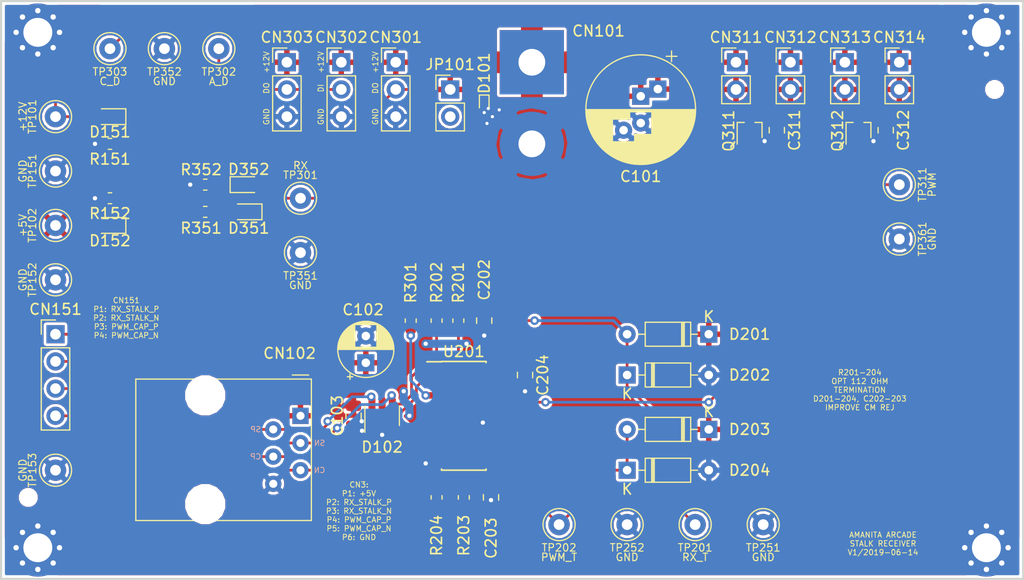
<source format=kicad_pcb>
(kicad_pcb (version 20171130) (host pcbnew 5.0.2-bee76a0~70~ubuntu18.04.1)
  (layers (0 F.Cu signal) (31 B.Cu signal) (34 B.Paste user) (35 F.Paste user) (36 B.SilkS user) (37 F.SilkS user) (38 B.Mask user) (39 F.Mask user) (44 Edge.Cuts user))
  (net 0 "")
  (net 1 GND)
  (net 2 +5V)
  (net 3 /PWM_CAP)
  (net 4 /PWM_CAP_N)
  (net 5 /RX_STALK_P)
  (net 6 /RX_STALK_N)
  (net 7 /PWM_CAP_P)
  (net 8 /LED_A_DATA)
  (net 9 /VIN)
  (net 10 /LED_C_DATA)
  (net 11 "Net-(C203-Pad1)")
  (net 12 "Net-(C202-Pad1)")
  (net 13 "Net-(D151-Pad1)")
  (net 14 "Net-(D152-Pad1)")
  (net 15 "Net-(D352-Pad1)")
  (net 16 "Net-(D351-Pad2)")
  (net 17 "Net-(CN313-Pad2)")
  (net 18 "Net-(CN311-Pad2)")
  (net 19 "Net-(U201-Pad9)")
  (net 20 "Net-(U201-Pad10)")
  (net 21 "Net-(U201-Pad11)")
  (net 22 +12V)
  (net 23 /RX_STALK)
  (module Capacitor_SMD:C_0805_2012Metric (layer F.Cu) (at 163.83 62.23 270)
    (fp_text reference C311 (at 0 -1.65 270) (layer F.SilkS))
    (fp_text value 10u)
    (pad 2 smd roundrect (at 0.9375 0 270) (size 0.975 1.4) (layers F.Cu F.Paste F.Mask) (net 1 GND))
    (pad 1 smd roundrect (at -0.9375 0 270) (size 0.975 1.4) (layers F.Cu F.Paste F.Mask) (net 9 /VIN))
  )
  (module Capacitor_SMD:C_0805_2012Metric (layer F.Cu) (at 136.525 80.01 270)
    (fp_text reference C202 (at -3.81 0 270) (layer F.SilkS))
    (fp_text value 0.1u)
    (pad 2 smd roundrect (at 0.9375 0 270) (size 0.975 1.4) (layers F.Cu F.Paste F.Mask) (net 1 GND))
    (pad 1 smd roundrect (at -0.9375 0 270) (size 0.975 1.4) (layers F.Cu F.Paste F.Mask) (net 12 "Net-(C202-Pad1)"))
  )
  (module Resistor_SMD:R_0603_1608Metric (layer F.Cu) (at 134.112 80.01 90)
    (fp_text reference R201 (at 3.556 0 90) (layer F.SilkS))
    (fp_text value 56)
    (pad 2 smd roundrect (at 0.7875 0 90) (size 0.875 0.95) (layers F.Cu F.Paste F.Mask) (net 12 "Net-(C202-Pad1)"))
    (pad 1 smd roundrect (at -0.7875 0 90) (size 0.875 0.95) (layers F.Cu F.Paste F.Mask) (net 5 /RX_STALK_P))
  )
  (module aa-shared:TestPoint_Loop_D1.80mm_Drill1.0mm_Beaded (layer F.Cu) (at 96.52 71.12 270)
    (fp_text reference TP102 (at 0 2.159 270) (layer F.SilkS) (effects (font (size 0.7 0.7) (thickness 0.1))))
    (fp_text value +5V)
    (fp_text user %V (at 0 3.048 270) (layer F.SilkS) (effects (font (size 0.7 0.7) (thickness 0.1))))
    (pad 1 thru_hole circle (at 0 0 270) (size 2 2) (drill 1) (layers *.Cu *.Mask) (net 2 +5V))
  )
  (module aa-shared:TestPoint_Loop_D1.80mm_Drill1.0mm_Beaded (layer F.Cu) (at 96.52 66.04 270)
    (fp_text reference TP151 (at 0 2.159 270) (layer F.SilkS) (effects (font (size 0.7 0.7) (thickness 0.1))))
    (fp_text value GND)
    (fp_text user %V (at 0 3.048 270) (layer F.SilkS) (effects (font (size 0.7 0.7) (thickness 0.1))))
    (pad 1 thru_hole circle (at 0 0 270) (size 2 2) (drill 1) (layers *.Cu *.Mask) (net 1 GND))
  )
  (module aa-shared:TestPoint_Loop_D1.80mm_Drill1.0mm_Beaded (layer F.Cu) (at 96.52 76.2 270)
    (fp_text reference TP152 (at 0 2.159 270) (layer F.SilkS) (effects (font (size 0.7 0.7) (thickness 0.1))))
    (fp_text value GND)
    (fp_text user %V (at 0 3.048 270) (layer F.SilkS) (effects (font (size 0.7 0.7) (thickness 0.1))))
    (pad 1 thru_hole circle (at 0 0 270) (size 2 2) (drill 1) (layers *.Cu *.Mask) (net 1 GND))
  )
  (module aa-shared:TestPoint_Loop_D1.80mm_Drill1.0mm_Beaded (layer F.Cu) (at 96.52 93.98 270)
    (fp_text reference TP153 (at 0 2.159 270) (layer F.SilkS) (effects (font (size 0.7 0.7) (thickness 0.1))))
    (fp_text value GND)
    (fp_text user %V (at 0 3.048 270) (layer F.SilkS) (effects (font (size 0.7 0.7) (thickness 0.1))))
    (pad 1 thru_hole circle (at 0 0 270) (size 2 2) (drill 1) (layers *.Cu *.Mask) (net 1 GND))
  )
  (module aa-shared:TestPoint_Loop_D1.80mm_Drill1.0mm_Beaded (layer F.Cu) (at 156.21 99.06)
    (fp_text reference TP201 (at 0 2.159) (layer F.SilkS) (effects (font (size 0.7 0.7) (thickness 0.1))))
    (fp_text value RX_T)
    (fp_text user %V (at 0 3.048) (layer F.SilkS) (effects (font (size 0.7 0.7) (thickness 0.1))))
    (pad 1 thru_hole circle (at 0 0) (size 2 2) (drill 1) (layers *.Cu *.Mask) (net 12 "Net-(C202-Pad1)"))
  )
  (module aa-shared:TestPoint_Loop_D1.80mm_Drill1.0mm_Beaded (layer F.Cu) (at 143.51 99.06)
    (fp_text reference TP202 (at 0 2.159) (layer F.SilkS) (effects (font (size 0.7 0.7) (thickness 0.1))))
    (fp_text value PWM_T)
    (fp_text user %V (at 0 3.048) (layer F.SilkS) (effects (font (size 0.7 0.7) (thickness 0.1))))
    (pad 1 thru_hole circle (at 0 0) (size 2 2) (drill 1) (layers *.Cu *.Mask) (net 11 "Net-(C203-Pad1)"))
  )
  (module aa-shared:TestPoint_Loop_D1.80mm_Drill1.0mm_Beaded (layer F.Cu) (at 162.56 99.06)
    (fp_text reference TP251 (at 0 2.159) (layer F.SilkS) (effects (font (size 0.7 0.7) (thickness 0.1))))
    (fp_text value GND)
    (fp_text user %V (at 0 3.048) (layer F.SilkS) (effects (font (size 0.7 0.7) (thickness 0.1))))
    (pad 1 thru_hole circle (at 0 0) (size 2 2) (drill 1) (layers *.Cu *.Mask) (net 1 GND))
  )
  (module aa-shared:TestPoint_Loop_D1.80mm_Drill1.0mm_Beaded (layer F.Cu) (at 119.38 68.58 180)
    (fp_text reference TP301 (at 0 2.159 180) (layer F.SilkS) (effects (font (size 0.7 0.7) (thickness 0.1))))
    (fp_text value RX)
    (fp_text user %V (at 0 3.048 180) (layer F.SilkS) (effects (font (size 0.7 0.7) (thickness 0.1))))
    (pad 1 thru_hole circle (at 0 0 180) (size 2 2) (drill 1) (layers *.Cu *.Mask) (net 23 /RX_STALK))
  )
  (module aa-shared:TestPoint_Loop_D1.80mm_Drill1.0mm_Beaded (layer F.Cu) (at 111.76 54.61)
    (fp_text reference TP302 (at 0 2.159) (layer F.SilkS) (effects (font (size 0.7 0.7) (thickness 0.1))))
    (fp_text value A_D)
    (fp_text user %V (at 0 3.048) (layer F.SilkS) (effects (font (size 0.7 0.7) (thickness 0.1))))
    (pad 1 thru_hole circle (at 0 0) (size 2 2) (drill 1) (layers *.Cu *.Mask) (net 8 /LED_A_DATA))
  )
  (module aa-shared:TestPoint_Loop_D1.80mm_Drill1.0mm_Beaded (layer F.Cu) (at 101.6 54.61)
    (fp_text reference TP303 (at 0 2.159) (layer F.SilkS) (effects (font (size 0.7 0.7) (thickness 0.1))))
    (fp_text value C_D)
    (fp_text user %V (at 0 3.048) (layer F.SilkS) (effects (font (size 0.7 0.7) (thickness 0.1))))
    (pad 1 thru_hole circle (at 0 0) (size 2 2) (drill 1) (layers *.Cu *.Mask) (net 10 /LED_C_DATA))
  )
  (module aa-shared:TestPoint_Loop_D1.80mm_Drill1.0mm_Beaded (layer F.Cu) (at 175.26 67.31 90)
    (fp_text reference TP311 (at 0 2.159 90) (layer F.SilkS) (effects (font (size 0.7 0.7) (thickness 0.1))))
    (fp_text value PWM)
    (fp_text user %V (at 0 3.048 90) (layer F.SilkS) (effects (font (size 0.7 0.7) (thickness 0.1))))
    (pad 1 thru_hole circle (at 0 0 90) (size 2 2) (drill 1) (layers *.Cu *.Mask) (net 3 /PWM_CAP))
  )
  (module aa-shared:TestPoint_Loop_D1.80mm_Drill1.0mm_Beaded (layer F.Cu) (at 119.38 73.66)
    (fp_text reference TP351 (at 0 2.159) (layer F.SilkS) (effects (font (size 0.7 0.7) (thickness 0.1))))
    (fp_text value GND)
    (fp_text user %V (at 0 3.048) (layer F.SilkS) (effects (font (size 0.7 0.7) (thickness 0.1))))
    (pad 1 thru_hole circle (at 0 0) (size 2 2) (drill 1) (layers *.Cu *.Mask) (net 1 GND))
  )
  (module aa-shared:TestPoint_Loop_D1.80mm_Drill1.0mm_Beaded (layer F.Cu) (at 106.68 54.61)
    (fp_text reference TP352 (at 0 2.159) (layer F.SilkS) (effects (font (size 0.7 0.7) (thickness 0.1))))
    (fp_text value GND)
    (fp_text user %V (at 0 3.048) (layer F.SilkS) (effects (font (size 0.7 0.7) (thickness 0.1))))
    (pad 1 thru_hole circle (at 0 0) (size 2 2) (drill 1) (layers *.Cu *.Mask) (net 1 GND))
  )
  (module aa-shared:TestPoint_Loop_D1.80mm_Drill1.0mm_Beaded (layer F.Cu) (at 175.26 72.39 90)
    (fp_text reference TP361 (at 0 2.159 90) (layer F.SilkS) (effects (font (size 0.7 0.7) (thickness 0.1))))
    (fp_text value GND)
    (fp_text user %V (at 0 3.048 90) (layer F.SilkS) (effects (font (size 0.7 0.7) (thickness 0.1))))
    (pad 1 thru_hole circle (at 0 0 90) (size 2 2) (drill 1) (layers *.Cu *.Mask) (net 1 GND))
  )
  (module aa-shared:TestPoint_Loop_D1.80mm_Drill1.0mm_Beaded (layer F.Cu) (at 149.86 99.06)
    (fp_text reference TP252 (at 0 2.159) (layer F.SilkS) (effects (font (size 0.7 0.7) (thickness 0.1))))
    (fp_text value GND)
    (fp_text user %V (at 0 3.048) (layer F.SilkS) (effects (font (size 0.7 0.7) (thickness 0.1))))
    (pad 1 thru_hole circle (at 0 0) (size 2 2) (drill 1) (layers *.Cu *.Mask) (net 1 GND))
  )
  (module aa-shared:TestPoint_Loop_D1.80mm_Drill1.0mm_Beaded (layer F.Cu) (at 96.52 60.96 270)
    (fp_text reference TP101 (at 0 2.159 270) (layer F.SilkS) (effects (font (size 0.7 0.7) (thickness 0.1))))
    (fp_text value +12V)
    (fp_text user %V (at 0 3.048 270) (layer F.SilkS) (effects (font (size 0.7 0.7) (thickness 0.1))))
    (pad 1 thru_hole circle (at 0 0 270) (size 2 2) (drill 1) (layers *.Cu *.Mask) (net 9 /VIN))
  )
  (module MountingHole:MountingHole_2.7mm_M2.5_Pad_Via (layer F.Cu) (at 183.388 53.086)
    (fp_text reference H2 hide)
    (fp_text value MountingHole_Pad)
    (pad 1 thru_hole circle (at 1.431891 -1.431891) (size 0.8 0.8) (drill 0.5) (layers *.Cu *.Mask) (net 1 GND))
    (pad 1 thru_hole circle (at 0 -2.025) (size 0.8 0.8) (drill 0.5) (layers *.Cu *.Mask) (net 1 GND))
    (pad 1 thru_hole circle (at -1.431891 -1.431891) (size 0.8 0.8) (drill 0.5) (layers *.Cu *.Mask) (net 1 GND))
    (pad 1 thru_hole circle (at -2.025 0) (size 0.8 0.8) (drill 0.5) (layers *.Cu *.Mask) (net 1 GND))
    (pad 1 thru_hole circle (at -1.431891 1.431891) (size 0.8 0.8) (drill 0.5) (layers *.Cu *.Mask) (net 1 GND))
    (pad 1 thru_hole circle (at 0 2.025) (size 0.8 0.8) (drill 0.5) (layers *.Cu *.Mask) (net 1 GND))
    (pad 1 thru_hole circle (at 1.431891 1.431891) (size 0.8 0.8) (drill 0.5) (layers *.Cu *.Mask) (net 1 GND))
    (pad 1 thru_hole circle (at 2.025 0) (size 0.8 0.8) (drill 0.5) (layers *.Cu *.Mask) (net 1 GND))
    (pad 1 thru_hole circle (at 0 0) (size 5.4 5.4) (drill 2.7) (layers *.Cu *.Mask) (net 1 GND))
  )
  (module MountingHole:MountingHole_2.7mm_M2.5_Pad_Via (layer F.Cu) (at 94.869 53.086)
    (fp_text reference H1 hide)
    (fp_text value MountingHole_Pad)
    (pad 1 thru_hole circle (at 0 0) (size 5.4 5.4) (drill 2.7) (layers *.Cu *.Mask) (net 1 GND))
    (pad 1 thru_hole circle (at 2.025 0) (size 0.8 0.8) (drill 0.5) (layers *.Cu *.Mask) (net 1 GND))
    (pad 1 thru_hole circle (at 1.431891 1.431891) (size 0.8 0.8) (drill 0.5) (layers *.Cu *.Mask) (net 1 GND))
    (pad 1 thru_hole circle (at 0 2.025) (size 0.8 0.8) (drill 0.5) (layers *.Cu *.Mask) (net 1 GND))
    (pad 1 thru_hole circle (at -1.431891 1.431891) (size 0.8 0.8) (drill 0.5) (layers *.Cu *.Mask) (net 1 GND))
    (pad 1 thru_hole circle (at -2.025 0) (size 0.8 0.8) (drill 0.5) (layers *.Cu *.Mask) (net 1 GND))
    (pad 1 thru_hole circle (at -1.431891 -1.431891) (size 0.8 0.8) (drill 0.5) (layers *.Cu *.Mask) (net 1 GND))
    (pad 1 thru_hole circle (at 0 -2.025) (size 0.8 0.8) (drill 0.5) (layers *.Cu *.Mask) (net 1 GND))
    (pad 1 thru_hole circle (at 1.431891 -1.431891) (size 0.8 0.8) (drill 0.5) (layers *.Cu *.Mask) (net 1 GND))
  )
  (module MountingHole:MountingHole_2.7mm_M2.5_Pad_Via (layer F.Cu) (at 183.388 101.219)
    (fp_text reference H4 hide)
    (fp_text value MountingHole_Pad)
    (pad 1 thru_hole circle (at 1.431891 -1.431891) (size 0.8 0.8) (drill 0.5) (layers *.Cu *.Mask) (net 1 GND))
    (pad 1 thru_hole circle (at 0 -2.025) (size 0.8 0.8) (drill 0.5) (layers *.Cu *.Mask) (net 1 GND))
    (pad 1 thru_hole circle (at -1.431891 -1.431891) (size 0.8 0.8) (drill 0.5) (layers *.Cu *.Mask) (net 1 GND))
    (pad 1 thru_hole circle (at -2.025 0) (size 0.8 0.8) (drill 0.5) (layers *.Cu *.Mask) (net 1 GND))
    (pad 1 thru_hole circle (at -1.431891 1.431891) (size 0.8 0.8) (drill 0.5) (layers *.Cu *.Mask) (net 1 GND))
    (pad 1 thru_hole circle (at 0 2.025) (size 0.8 0.8) (drill 0.5) (layers *.Cu *.Mask) (net 1 GND))
    (pad 1 thru_hole circle (at 1.431891 1.431891) (size 0.8 0.8) (drill 0.5) (layers *.Cu *.Mask) (net 1 GND))
    (pad 1 thru_hole circle (at 2.025 0) (size 0.8 0.8) (drill 0.5) (layers *.Cu *.Mask) (net 1 GND))
    (pad 1 thru_hole circle (at 0 0) (size 5.4 5.4) (drill 2.7) (layers *.Cu *.Mask) (net 1 GND))
  )
  (module MountingHole:MountingHole_2.7mm_M2.5_Pad_Via (layer F.Cu) (at 94.869 101.219)
    (fp_text reference H3 hide)
    (fp_text value MountingHole_Pad)
    (pad 1 thru_hole circle (at 0 0) (size 5.4 5.4) (drill 2.7) (layers *.Cu *.Mask) (net 1 GND))
    (pad 1 thru_hole circle (at 2.025 0) (size 0.8 0.8) (drill 0.5) (layers *.Cu *.Mask) (net 1 GND))
    (pad 1 thru_hole circle (at 1.431891 1.431891) (size 0.8 0.8) (drill 0.5) (layers *.Cu *.Mask) (net 1 GND))
    (pad 1 thru_hole circle (at 0 2.025) (size 0.8 0.8) (drill 0.5) (layers *.Cu *.Mask) (net 1 GND))
    (pad 1 thru_hole circle (at -1.431891 1.431891) (size 0.8 0.8) (drill 0.5) (layers *.Cu *.Mask) (net 1 GND))
    (pad 1 thru_hole circle (at -2.025 0) (size 0.8 0.8) (drill 0.5) (layers *.Cu *.Mask) (net 1 GND))
    (pad 1 thru_hole circle (at -1.431891 -1.431891) (size 0.8 0.8) (drill 0.5) (layers *.Cu *.Mask) (net 1 GND))
    (pad 1 thru_hole circle (at 0 -2.025) (size 0.8 0.8) (drill 0.5) (layers *.Cu *.Mask) (net 1 GND))
    (pad 1 thru_hole circle (at 1.431891 -1.431891) (size 0.8 0.8) (drill 0.5) (layers *.Cu *.Mask) (net 1 GND))
  )
  (module Capacitor_SMD:C_0805_2012Metric (layer F.Cu) (at 124.333 88.9 90)
    (fp_text reference C103 (at 0 -1.524 90) (layer F.SilkS))
    (fp_text value 1u)
    (pad 1 smd roundrect (at -0.9375 0 90) (size 0.975 1.4) (layers F.Cu F.Paste F.Mask) (net 1 GND))
    (pad 2 smd roundrect (at 0.9375 0 90) (size 0.975 1.4) (layers F.Cu F.Paste F.Mask) (net 2 +5V))
  )
  (module Capacitor_SMD:C_0805_2012Metric (layer F.Cu) (at 137.16 96.52 270)
    (fp_text reference C203 (at 3.81 0 270) (layer F.SilkS))
    (fp_text value 0.1u)
    (pad 1 smd roundrect (at -0.9375 0 270) (size 0.975 1.4) (layers F.Cu F.Paste F.Mask) (net 11 "Net-(C203-Pad1)"))
    (pad 2 smd roundrect (at 0.9375 0 270) (size 0.975 1.4) (layers F.Cu F.Paste F.Mask) (net 1 GND))
  )
  (module Capacitor_SMD:C_0805_2012Metric (layer F.Cu) (at 140.335 85.09 270)
    (fp_text reference C204 (at 0 -1.65 270) (layer F.SilkS))
    (fp_text value 1u)
    (pad 2 smd roundrect (at 0.9375 0 270) (size 0.975 1.4) (layers F.Cu F.Paste F.Mask) (net 1 GND))
    (pad 1 smd roundrect (at -0.9375 0 270) (size 0.975 1.4) (layers F.Cu F.Paste F.Mask) (net 2 +5V))
  )
  (module Capacitor_SMD:C_0805_2012Metric (layer F.Cu) (at 173.99 62.23 270)
    (fp_text reference C312 (at 0 -1.65 270) (layer F.SilkS))
    (fp_text value 10u)
    (pad 1 smd roundrect (at -0.9375 0 270) (size 0.975 1.4) (layers F.Cu F.Paste F.Mask) (net 9 /VIN))
    (pad 2 smd roundrect (at 0.9375 0 270) (size 0.975 1.4) (layers F.Cu F.Paste F.Mask) (net 1 GND))
  )
  (module Capacitor_THT:CP_Radial_D10.0mm_P2.50mm_P5.00mm (layer F.Cu) (at 151.13 59.055 270)
    (fp_text reference C101 (at 7.493 0) (layer F.SilkS))
    (fp_text value 100u)
    (pad 1 thru_hole rect (at 0 0 270) (size 1.6 1.6) (drill 0.8) (layers *.Cu *.Mask) (net 9 /VIN))
    (pad 2 thru_hole circle (at 2.5 0 270) (size 1.6 1.6) (drill 0.8) (layers *.Cu *.Mask) (net 1 GND))
    (pad 1 thru_hole rect (at -0.670937 -1.6 270) (size 1.6 1.6) (drill 0.8) (layers *.Cu *.Mask) (net 9 /VIN))
    (pad 2 thru_hole circle (at 3.170937 1.6 270) (size 1.6 1.6) (drill 0.8) (layers *.Cu *.Mask) (net 1 GND))
  )
  (module Capacitor_THT:CP_Radial_D5.0mm_P2.50mm (layer F.Cu) (at 125.476 83.947 90)
    (fp_text reference C102 (at 4.953 -0.254 -180) (layer F.SilkS))
    (fp_text value 10u)
    (pad 1 thru_hole rect (at 0 0 90) (size 1.6 1.6) (drill 0.8) (layers *.Cu *.Mask) (net 2 +5V))
    (pad 2 thru_hole circle (at 2.5 0 90) (size 1.6 1.6) (drill 0.8) (layers *.Cu *.Mask) (net 1 GND))
  )
  (module Connector_PinHeader_2.54mm:PinHeader_1x02_P2.54mm_Vertical (layer F.Cu) (at 175.26 55.88)
    (fp_text reference CN314 (at 0 -2.33) (layer F.SilkS))
    (fp_text value Conn_01x02)
    (pad 1 thru_hole rect (at 0 0) (size 1.7 1.7) (drill 1) (layers *.Cu *.Mask) (net 9 /VIN))
    (pad 2 thru_hole oval (at 0 2.54) (size 1.7 1.7) (drill 1) (layers *.Cu *.Mask) (net 17 "Net-(CN313-Pad2)"))
  )
  (module Connector_PinHeader_2.54mm:PinHeader_1x02_P2.54mm_Vertical (layer F.Cu) (at 170.18 55.88)
    (fp_text reference CN313 (at 0 -2.33) (layer F.SilkS))
    (fp_text value Conn_01x02)
    (pad 2 thru_hole oval (at 0 2.54) (size 1.7 1.7) (drill 1) (layers *.Cu *.Mask) (net 17 "Net-(CN313-Pad2)"))
    (pad 1 thru_hole rect (at 0 0) (size 1.7 1.7) (drill 1) (layers *.Cu *.Mask) (net 9 /VIN))
  )
  (module Connector_PinHeader_2.54mm:PinHeader_1x02_P2.54mm_Vertical (layer F.Cu) (at 165.1 55.88)
    (fp_text reference CN312 (at 0 -2.33) (layer F.SilkS))
    (fp_text value Conn_01x02)
    (pad 1 thru_hole rect (at 0 0) (size 1.7 1.7) (drill 1) (layers *.Cu *.Mask) (net 9 /VIN))
    (pad 2 thru_hole oval (at 0 2.54) (size 1.7 1.7) (drill 1) (layers *.Cu *.Mask) (net 18 "Net-(CN311-Pad2)"))
  )
  (module Connector_PinHeader_2.54mm:PinHeader_1x02_P2.54mm_Vertical (layer F.Cu) (at 160.02 55.88)
    (fp_text reference CN311 (at 0 -2.33) (layer F.SilkS))
    (fp_text value Conn_01x02)
    (pad 2 thru_hole oval (at 0 2.54) (size 1.7 1.7) (drill 1) (layers *.Cu *.Mask) (net 18 "Net-(CN311-Pad2)"))
    (pad 1 thru_hole rect (at 0 0) (size 1.7 1.7) (drill 1) (layers *.Cu *.Mask) (net 9 /VIN))
  )
  (module Connector_PinHeader_2.54mm:PinHeader_1x02_P2.54mm_Vertical (layer F.Cu) (at 133.35 58.42)
    (fp_text reference JP101 (at 0 -2.33) (layer F.SilkS))
    (fp_text value Jumper_2_Bridged)
    (pad 1 thru_hole rect (at 0 0) (size 1.7 1.7) (drill 1) (layers *.Cu *.Mask) (net 9 /VIN))
    (pad 2 thru_hole oval (at 0 2.54) (size 1.7 1.7) (drill 1) (layers *.Cu *.Mask) (net 22 +12V))
  )
  (module Connector_PinHeader_2.54mm:PinHeader_1x03_P2.54mm_Vertical (layer F.Cu) (at 128.27 55.88)
    (fp_text reference CN301 (at 0 -2.33) (layer F.SilkS))
    (fp_text value Conn_01x03)
    (pad 1 thru_hole rect (at 0 0) (size 1.7 1.7) (drill 1) (layers *.Cu *.Mask) (net 9 /VIN))
    (pad 2 thru_hole oval (at 0 2.54) (size 1.7 1.7) (drill 1) (layers *.Cu *.Mask) (net 8 /LED_A_DATA))
    (pad 3 thru_hole oval (at 0 5.08) (size 1.7 1.7) (drill 1) (layers *.Cu *.Mask) (net 1 GND))
  )
  (module Connector_PinHeader_2.54mm:PinHeader_1x03_P2.54mm_Vertical (layer F.Cu) (at 123.19 55.88)
    (fp_text reference CN302 (at 0 -2.33) (layer F.SilkS))
    (fp_text value Conn_01x03)
    (pad 3 thru_hole oval (at 0 5.08) (size 1.7 1.7) (drill 1) (layers *.Cu *.Mask) (net 1 GND))
    (pad 2 thru_hole oval (at 0 2.54) (size 1.7 1.7) (drill 1) (layers *.Cu *.Mask) (net 10 /LED_C_DATA))
    (pad 1 thru_hole rect (at 0 0) (size 1.7 1.7) (drill 1) (layers *.Cu *.Mask) (net 9 /VIN))
  )
  (module Connector_PinHeader_2.54mm:PinHeader_1x03_P2.54mm_Vertical (layer F.Cu) (at 118.11 55.88)
    (fp_text reference CN303 (at 0 -2.33) (layer F.SilkS))
    (fp_text value Conn_01x03)
    (pad 1 thru_hole rect (at 0 0) (size 1.7 1.7) (drill 1) (layers *.Cu *.Mask) (net 9 /VIN))
    (pad 2 thru_hole oval (at 0 2.54) (size 1.7 1.7) (drill 1) (layers *.Cu *.Mask) (net 10 /LED_C_DATA))
    (pad 3 thru_hole oval (at 0 5.08) (size 1.7 1.7) (drill 1) (layers *.Cu *.Mask) (net 1 GND))
  )
  (module Connector_PinHeader_2.54mm:PinHeader_1x04_P2.54mm_Vertical (layer F.Cu) (at 96.52 81.28)
    (fp_text reference CN151 (at 0 -2.33) (layer F.SilkS))
    (fp_text value Conn_01x04)
    (pad 1 thru_hole rect (at 0 0) (size 1.7 1.7) (drill 1) (layers *.Cu *.Mask) (net 5 /RX_STALK_P))
    (pad 2 thru_hole oval (at 0 2.54) (size 1.7 1.7) (drill 1) (layers *.Cu *.Mask) (net 6 /RX_STALK_N))
    (pad 3 thru_hole oval (at 0 5.08) (size 1.7 1.7) (drill 1) (layers *.Cu *.Mask) (net 7 /PWM_CAP_P))
    (pad 4 thru_hole oval (at 0 7.62) (size 1.7 1.7) (drill 1) (layers *.Cu *.Mask) (net 4 /PWM_CAP_N))
  )
  (module Connector_Wire:SolderWirePad_1x02_P7.62mm_Drill2.5mm (layer F.Cu) (at 140.97 55.88 270)
    (fp_text reference CN101 (at -2.921 -6.223) (layer F.SilkS))
    (fp_text value Conn_01x02)
    (pad 1 thru_hole rect (at 0 0 270) (size 5.99948 5.99948) (drill 2.49936) (layers *.Cu *.Mask) (net 9 /VIN))
    (pad 2 thru_hole circle (at 7.62 0 270) (size 5.99948 5.99948) (drill 2.49936) (layers *.Cu *.Mask) (net 1 GND))
  )
  (module Diode_SMD:D_0603_1608Metric (layer F.Cu) (at 101.6 60.96 180)
    (fp_text reference D151 (at 0 -1.43 180) (layer F.SilkS))
    (fp_text value LED)
    (pad 2 smd roundrect (at 0.7875 0 180) (size 0.875 0.95) (layers F.Cu F.Paste F.Mask) (net 9 /VIN))
    (pad 1 smd roundrect (at -0.7875 0 180) (size 0.875 0.95) (layers F.Cu F.Paste F.Mask) (net 13 "Net-(D151-Pad1)"))
  )
  (module Diode_SMD:D_0603_1608Metric (layer F.Cu) (at 101.6 71.12 180)
    (fp_text reference D152 (at 0 -1.43 180) (layer F.SilkS))
    (fp_text value LED)
    (pad 1 smd roundrect (at -0.7875 0 180) (size 0.875 0.95) (layers F.Cu F.Paste F.Mask) (net 14 "Net-(D152-Pad1)"))
    (pad 2 smd roundrect (at 0.7875 0 180) (size 0.875 0.95) (layers F.Cu F.Paste F.Mask) (net 2 +5V))
  )
  (module Diode_SMD:D_0603_1608Metric (layer F.Cu) (at 114.3 67.31)
    (fp_text reference D352 (at 0.254 -1.43) (layer F.SilkS))
    (fp_text value LED)
    (pad 2 smd roundrect (at 0.7875 0) (size 0.875 0.95) (layers F.Cu F.Paste F.Mask) (net 23 /RX_STALK))
    (pad 1 smd roundrect (at -0.7875 0) (size 0.875 0.95) (layers F.Cu F.Paste F.Mask) (net 15 "Net-(D352-Pad1)"))
  )
  (module Diode_SMD:D_0603_1608Metric (layer F.Cu) (at 114.3 69.85 180)
    (fp_text reference D351 (at -0.254 -1.524 180) (layer F.SilkS))
    (fp_text value LED)
    (pad 1 smd roundrect (at -0.7875 0 180) (size 0.875 0.95) (layers F.Cu F.Paste F.Mask) (net 23 /RX_STALK))
    (pad 2 smd roundrect (at 0.7875 0 180) (size 0.875 0.95) (layers F.Cu F.Paste F.Mask) (net 16 "Net-(D351-Pad2)"))
  )
  (module Diode_THT:D_DO-35_SOD27_P7.62mm_Horizontal (layer F.Cu) (at 149.86 93.98)
    (fp_text reference D204 (at 11.43 0) (layer F.SilkS))
    (fp_text value BZX79C2V7)
    (fp_text user K (at 0 1.778) (layer F.SilkS))
    (pad 2 thru_hole oval (at 7.62 0) (size 1.6 1.6) (drill 0.8) (layers *.Cu *.Mask) (net 1 GND))
    (pad 1 thru_hole rect (at 0 0) (size 1.6 1.6) (drill 0.8) (layers *.Cu *.Mask) (net 11 "Net-(C203-Pad1)"))
  )
  (module Diode_THT:D_DO-35_SOD27_P7.62mm_Horizontal (layer F.Cu) (at 149.86 85.09)
    (fp_text reference D202 (at 11.43 0) (layer F.SilkS))
    (fp_text value BZX79C2V7)
    (fp_text user K (at 0 1.778) (layer F.SilkS))
    (pad 1 thru_hole rect (at 0 0) (size 1.6 1.6) (drill 0.8) (layers *.Cu *.Mask) (net 12 "Net-(C202-Pad1)"))
    (pad 2 thru_hole oval (at 7.62 0) (size 1.6 1.6) (drill 0.8) (layers *.Cu *.Mask) (net 1 GND))
  )
  (module Diode_THT:D_DO-35_SOD27_P7.62mm_Horizontal (layer F.Cu) (at 157.48 81.28 180)
    (fp_text reference D201 (at -3.81 0 180) (layer F.SilkS))
    (fp_text value BZX79C2V7)
    (fp_text user K (at 0 1.651 180) (layer F.SilkS))
    (pad 2 thru_hole oval (at 7.62 0 180) (size 1.6 1.6) (drill 0.8) (layers *.Cu *.Mask) (net 12 "Net-(C202-Pad1)"))
    (pad 1 thru_hole rect (at 0 0 180) (size 1.6 1.6) (drill 0.8) (layers *.Cu *.Mask) (net 2 +5V))
  )
  (module Diode_THT:D_DO-35_SOD27_P7.62mm_Horizontal (layer F.Cu) (at 157.48 90.17 180)
    (fp_text reference D203 (at -3.81 0 180) (layer F.SilkS))
    (fp_text value BZX79C2V7)
    (fp_text user K (at 0 1.651 180) (layer F.SilkS))
    (pad 1 thru_hole rect (at 0 0 180) (size 1.6 1.6) (drill 0.8) (layers *.Cu *.Mask) (net 2 +5V))
    (pad 2 thru_hole oval (at 7.62 0 180) (size 1.6 1.6) (drill 0.8) (layers *.Cu *.Mask) (net 11 "Net-(C203-Pad1)"))
  )
  (module Package_SO:SOIC-16_3.9x9.9mm_P1.27mm (layer F.Cu) (at 134.62 88.9)
    (fp_text reference U201 (at 0 -6) (layer F.SilkS))
    (fp_text value ST26C32)
    (pad 1 smd rect (at -2.7 -4.445) (size 1.5 0.6) (layers F.Cu F.Paste F.Mask) (net 6 /RX_STALK_N))
    (pad 2 smd rect (at -2.7 -3.175) (size 1.5 0.6) (layers F.Cu F.Paste F.Mask) (net 5 /RX_STALK_P))
    (pad 3 smd rect (at -2.7 -1.905) (size 1.5 0.6) (layers F.Cu F.Paste F.Mask) (net 23 /RX_STALK))
    (pad 4 smd rect (at -2.7 -0.635) (size 1.5 0.6) (layers F.Cu F.Paste F.Mask) (net 2 +5V))
    (pad 5 smd rect (at -2.7 0.635) (size 1.5 0.6) (layers F.Cu F.Paste F.Mask) (net 3 /PWM_CAP))
    (pad 6 smd rect (at -2.7 1.905) (size 1.5 0.6) (layers F.Cu F.Paste F.Mask) (net 7 /PWM_CAP_P))
    (pad 7 smd rect (at -2.7 3.175) (size 1.5 0.6) (layers F.Cu F.Paste F.Mask) (net 4 /PWM_CAP_N))
    (pad 8 smd rect (at -2.7 4.445) (size 1.5 0.6) (layers F.Cu F.Paste F.Mask) (net 1 GND))
    (pad 9 smd rect (at 2.7 4.445) (size 1.5 0.6) (layers F.Cu F.Paste F.Mask) (net 19 "Net-(U201-Pad9)"))
    (pad 10 smd rect (at 2.7 3.175) (size 1.5 0.6) (layers F.Cu F.Paste F.Mask) (net 20 "Net-(U201-Pad10)"))
    (pad 11 smd rect (at 2.7 1.905) (size 1.5 0.6) (layers F.Cu F.Paste F.Mask) (net 21 "Net-(U201-Pad11)"))
    (pad 12 smd rect (at 2.7 0.635) (size 1.5 0.6) (layers F.Cu F.Paste F.Mask) (net 1 GND))
    (pad 13 smd rect (at 2.7 -0.635) (size 1.5 0.6) (layers F.Cu F.Paste F.Mask))
    (pad 14 smd rect (at 2.7 -1.905) (size 1.5 0.6) (layers F.Cu F.Paste F.Mask))
    (pad 15 smd rect (at 2.7 -3.175) (size 1.5 0.6) (layers F.Cu F.Paste F.Mask))
    (pad 16 smd rect (at 2.7 -4.445) (size 1.5 0.6) (layers F.Cu F.Paste F.Mask) (net 2 +5V))
  )
  (module Package_TO_SOT_SMD:SOT-23-6 (layer F.Cu) (at 127 88.9 90)
    (fp_text reference D102 (at -2.921 0 180) (layer F.SilkS))
    (fp_text value DS1042)
    (pad 1 smd rect (at -1.1 -0.95 90) (size 1.06 0.65) (layers F.Cu F.Paste F.Mask) (net 7 /PWM_CAP_P))
    (pad 2 smd rect (at -1.1 0 90) (size 1.06 0.65) (layers F.Cu F.Paste F.Mask) (net 1 GND))
    (pad 3 smd rect (at -1.1 0.95 90) (size 1.06 0.65) (layers F.Cu F.Paste F.Mask) (net 4 /PWM_CAP_N))
    (pad 4 smd rect (at 1.1 0.95 90) (size 1.06 0.65) (layers F.Cu F.Paste F.Mask) (net 6 /RX_STALK_N))
    (pad 6 smd rect (at 1.1 -0.95 90) (size 1.06 0.65) (layers F.Cu F.Paste F.Mask) (net 5 /RX_STALK_P))
    (pad 5 smd rect (at 1.1 0 90) (size 1.06 0.65) (layers F.Cu F.Paste F.Mask) (net 2 +5V))
  )
  (module Package_TO_SOT_SMD:SOT-323_SC-70 (layer F.Cu) (at 161.29 62.23 90)
    (fp_text reference Q311 (at -0.05 -1.95 90) (layer F.SilkS))
    (fp_text value MCH3484)
    (pad 3 smd rect (at 1 0) (size 0.45 0.7) (layers F.Cu F.Paste F.Mask) (net 18 "Net-(CN311-Pad2)"))
    (pad 2 smd rect (at -1 0.65) (size 0.45 0.7) (layers F.Cu F.Paste F.Mask) (net 1 GND))
    (pad 1 smd rect (at -1 -0.65) (size 0.45 0.7) (layers F.Cu F.Paste F.Mask) (net 3 /PWM_CAP))
  )
  (module Package_TO_SOT_SMD:SOT-323_SC-70 (layer F.Cu) (at 171.45 62.23 90)
    (fp_text reference Q312 (at -0.05 -1.95 90) (layer F.SilkS))
    (fp_text value MCH3484)
    (pad 1 smd rect (at -1 -0.65) (size 0.45 0.7) (layers F.Cu F.Paste F.Mask) (net 3 /PWM_CAP))
    (pad 2 smd rect (at -1 0.65) (size 0.45 0.7) (layers F.Cu F.Paste F.Mask) (net 1 GND))
    (pad 3 smd rect (at 1 0) (size 0.45 0.7) (layers F.Cu F.Paste F.Mask) (net 17 "Net-(CN313-Pad2)"))
  )
  (module Resistor_SMD:R_0603_1608Metric (layer F.Cu) (at 132.08 96.52 270)
    (fp_text reference R204 (at 3.556 0 270) (layer F.SilkS))
    (fp_text value 56)
    (pad 2 smd roundrect (at 0.7875 0 270) (size 0.875 0.95) (layers F.Cu F.Paste F.Mask) (net 11 "Net-(C203-Pad1)"))
    (pad 1 smd roundrect (at -0.7875 0 270) (size 0.875 0.95) (layers F.Cu F.Paste F.Mask) (net 4 /PWM_CAP_N))
  )
  (module Resistor_SMD:R_0603_1608Metric (layer F.Cu) (at 129.667 80.01 90)
    (fp_text reference R301 (at 3.556 0 90) (layer F.SilkS))
    (fp_text value 120)
    (pad 1 smd roundrect (at -0.7875 0 90) (size 0.875 0.95) (layers F.Cu F.Paste F.Mask) (net 23 /RX_STALK))
    (pad 2 smd roundrect (at 0.7875 0 90) (size 0.875 0.95) (layers F.Cu F.Paste F.Mask) (net 8 /LED_A_DATA))
  )
  (module Resistor_SMD:R_0603_1608Metric (layer F.Cu) (at 132.08 80.01 90)
    (fp_text reference R202 (at 3.556 0 90) (layer F.SilkS))
    (fp_text value 56)
    (pad 1 smd roundrect (at -0.7875 0 90) (size 0.875 0.95) (layers F.Cu F.Paste F.Mask) (net 6 /RX_STALK_N))
    (pad 2 smd roundrect (at 0.7875 0 90) (size 0.875 0.95) (layers F.Cu F.Paste F.Mask) (net 12 "Net-(C202-Pad1)"))
  )
  (module Resistor_SMD:R_0603_1608Metric (layer F.Cu) (at 110.49 69.85)
    (fp_text reference R351 (at -0.381 1.524) (layer F.SilkS))
    (fp_text value 470)
    (pad 1 smd roundrect (at -0.7875 0) (size 0.875 0.95) (layers F.Cu F.Paste F.Mask) (net 2 +5V))
    (pad 2 smd roundrect (at 0.7875 0) (size 0.875 0.95) (layers F.Cu F.Paste F.Mask) (net 16 "Net-(D351-Pad2)"))
  )
  (module Resistor_SMD:R_0603_1608Metric (layer F.Cu) (at 110.49 67.31 180)
    (fp_text reference R352 (at 0.381 1.397 180) (layer F.SilkS))
    (fp_text value 470)
    (pad 2 smd roundrect (at 0.7875 0 180) (size 0.875 0.95) (layers F.Cu F.Paste F.Mask) (net 1 GND))
    (pad 1 smd roundrect (at -0.7875 0 180) (size 0.875 0.95) (layers F.Cu F.Paste F.Mask) (net 15 "Net-(D352-Pad1)"))
  )
  (module Resistor_SMD:R_0603_1608Metric (layer F.Cu) (at 101.6 68.58 180)
    (fp_text reference R152 (at 0 -1.43 180) (layer F.SilkS))
    (fp_text value 470)
    (pad 1 smd roundrect (at -0.7875 0 180) (size 0.875 0.95) (layers F.Cu F.Paste F.Mask) (net 14 "Net-(D152-Pad1)"))
    (pad 2 smd roundrect (at 0.7875 0 180) (size 0.875 0.95) (layers F.Cu F.Paste F.Mask) (net 1 GND))
  )
  (module Resistor_SMD:R_0603_1608Metric (layer F.Cu) (at 101.6 63.5 180)
    (fp_text reference R151 (at 0 -1.43 180) (layer F.SilkS))
    (fp_text value 1.5k)
    (pad 2 smd roundrect (at 0.7875 0 180) (size 0.875 0.95) (layers F.Cu F.Paste F.Mask) (net 1 GND))
    (pad 1 smd roundrect (at -0.7875 0 180) (size 0.875 0.95) (layers F.Cu F.Paste F.Mask) (net 13 "Net-(D151-Pad1)"))
  )
  (module Resistor_SMD:R_0603_1608Metric (layer F.Cu) (at 134.62 96.52 270)
    (fp_text reference R203 (at 3.556 0 270) (layer F.SilkS))
    (fp_text value 56)
    (pad 1 smd roundrect (at -0.7875 0 270) (size 0.875 0.95) (layers F.Cu F.Paste F.Mask) (net 7 /PWM_CAP_P))
    (pad 2 smd roundrect (at 0.7875 0 270) (size 0.875 0.95) (layers F.Cu F.Paste F.Mask) (net 11 "Net-(C203-Pad1)"))
  )
  (module aa-shared:6P6C_Assmann_A-2014-1-4 (layer F.Cu) (at 119.38 88.9 270)
    (fp_text reference CN102 (at -5.842 1.016) (layer F.SilkS))
    (fp_text value 6P6C)
    (pad 1 thru_hole rect (at 0 0 270) (size 1.52 1.52) (drill 0.76) (layers *.Cu *.Mask) (net 2 +5V))
    (pad "" np_thru_hole circle (at -1.91 8.89 270) (size 3.25 3.25) (drill 3.25) (layers *.Cu *.Mask))
    (pad 2 thru_hole circle (at 1.27 2.54 270) (size 1.52 1.52) (drill 0.76) (layers *.Cu *.Mask) (net 5 /RX_STALK_P))
    (pad 3 thru_hole circle (at 2.54 0 270) (size 1.52 1.52) (drill 0.76) (layers *.Cu *.Mask) (net 6 /RX_STALK_N))
    (pad 4 thru_hole circle (at 3.81 2.54 270) (size 1.52 1.52) (drill 0.76) (layers *.Cu *.Mask) (net 7 /PWM_CAP_P))
    (pad 5 thru_hole circle (at 5.08 0 270) (size 1.52 1.52) (drill 0.76) (layers *.Cu *.Mask) (net 4 /PWM_CAP_N))
    (pad 6 thru_hole circle (at 6.35 2.54 270) (size 1.52 1.52) (drill 0.76) (layers *.Cu *.Mask) (net 1 GND))
    (pad "" np_thru_hole circle (at 8.25 8.89 270) (size 3.25 3.25) (drill 3.25) (layers *.Cu *.Mask))
  )
  (module aa-shared:D_SOD-923 (layer F.Cu) (at 136.525 59.69 270)
    (fp_text reference D101 (at -2.794 0 270) (layer F.SilkS))
    (fp_text value DF2S16FS)
    (pad 1 smd rect (at -0.45 0 270) (size 0.3 0.4) (layers F.Cu F.Paste F.Mask) (net 9 /VIN))
    (pad 2 smd rect (at 0.45 0 270) (size 0.3 0.4) (layers F.Cu F.Paste F.Mask) (net 1 GND))
  )
  (module aa-shared:StencilAlignment_1.27mm (layer F.Cu) (at 93.98 96.52)
    (fp_text reference FD5 hide)
    (fp_text value Fiducial)
    (pad "" np_thru_hole circle (at 0 0) (size 1.27 1.27) (drill 1.27) (layers *.Cu *.Paste *.Mask))
  )
  (module aa-shared:StencilAlignment_1.27mm (layer F.Cu) (at 184.15 58.42)
    (fp_text reference FD6 hide)
    (fp_text value Fiducial)
    (pad "" np_thru_hole circle (at 0 0) (size 1.27 1.27) (drill 1.27) (layers *.Cu *.Paste *.Mask))
  )
  (module Fiducial:Fiducial_1mm_Dia_2.54mm_Outer_CopperTop (layer F.Cu) (at 181.61 58.42)
    (fp_text reference FD2 hide)
    (fp_text value Fiducial)
    (pad "" smd circle (at 0 0) (size 1 1) (layers F.Cu F.Mask) (clearance 0.77))
  )
  (module Fiducial:Fiducial_1mm_Dia_2.54mm_Outer_CopperTop (layer F.Cu) (at 97.79 97.79)
    (fp_text reference FD1 hide)
    (fp_text value Fiducial)
    (pad "" smd circle (at 0 0) (size 1 1) (layers F.Cu F.Mask) (clearance 0.77))
  )
  (gr_text DO (at 126.365 58.293 90) (layer F.SilkS) (effects (font (size 0.508 0.508) (thickness 0.0762))))
  (gr_text +12V (at 126.365 55.88 90) (layer F.SilkS) (effects (font (size 0.508 0.508) (thickness 0.0762))))
  (gr_text GND (at 126.365 60.96 90) (layer F.SilkS) (effects (font (size 0.508 0.508) (thickness 0.0762))))
  (gr_text DI (at 121.285 58.293 90) (layer F.SilkS) (effects (font (size 0.508 0.508) (thickness 0.0762))))
  (gr_text +12V (at 121.285 55.88 90) (layer F.SilkS) (effects (font (size 0.508 0.508) (thickness 0.0762))))
  (gr_text GND (at 121.285 60.96 90) (layer F.SilkS) (effects (font (size 0.508 0.508) (thickness 0.0762))))
  (gr_text GND (at 116.205 60.96 90) (layer F.SilkS) (effects (font (size 0.508 0.508) (thickness 0.0762))))
  (gr_text DO (at 116.205 58.293 90) (layer F.SilkS) (effects (font (size 0.508 0.508) (thickness 0.0762))))
  (gr_text +12V (at 116.205 55.88 90) (layer F.SilkS) (effects (font (size 0.508 0.508) (thickness 0.0762))))
  (gr_text CN (at 121.158 93.98) (layer B.SilkS) (effects (font (size 0.508 0.508) (thickness 0.0762)) (justify mirror)))
  (gr_text CP (at 115.189 92.71) (layer B.SilkS) (effects (font (size 0.508 0.508) (thickness 0.0762)) (justify mirror)))
  (gr_text SN (at 121.158 91.44) (layer B.SilkS) (effects (font (size 0.508 0.508) (thickness 0.0762)) (justify mirror)))
  (gr_text SP (at 115.189 90.17) (layer B.SilkS) (effects (font (size 0.508 0.508) (thickness 0.0762)) (justify mirror)))
  (gr_text "CN3:\nP1: +5V\nP2: RX_STALK_P\nP3: RX_STALK_N\nP4: PWM_CAP_P\nP5: PWM_CAP_N\nP6: GND" (at 124.841 97.79) (layer F.SilkS) (effects (font (size 0.508 0.508) (thickness 0.0762))))
  (gr_text "R201-204\nOPT 112 OHM\nTERMINATION\nD201-204, C202-203\nIMPROVE CM REJ\n" (at 171.577 86.487) (layer F.SilkS) (effects (font (size 0.508 0.508) (thickness 0.0762))))
  (gr_text "CN151\nP1: RX_STALK_P\nP2: RX_STALK_N\nP3: PWM_CAP_P\nP4: PWM_CAP_N" (at 103.124 79.756) (layer F.SilkS) (effects (font (size 0.508 0.508) (thickness 0.0762))))
  (gr_text "AMANITA ARCADE\nSTALK RECEIVER\nV1/2019-06-14" (at 173.736 100.838) (layer F.SilkS) (effects (font (size 0.508 0.508) (thickness 0.0762))))
  (gr_line (start 186.817 104.14) (end 91.44 104.14) (layer Edge.Cuts) (width 0.2))
  (gr_line (start 186.817 50.165) (end 186.817 104.14) (layer Edge.Cuts) (width 0.2))
  (gr_line (start 91.44 50.165) (end 186.817 50.165) (layer Edge.Cuts) (width 0.2))
  (gr_line (start 91.44 104.14) (end 91.44 50.165) (layer Edge.Cuts) (width 0.2))
  (segment (start 173.99 63.1675) (end 172.9255 63.1675) (width 0.762) (layer F.Cu) (net 1))
  (via (at 172.847 63.246) (size 0.8) (drill 0.4) (layers F.Cu B.Cu) (net 1))
  (segment (start 172.9255 63.1675) (end 172.847 63.246) (width 0.762) (layer F.Cu) (net 1))
  (segment (start 172.831 63.23) (end 172.847 63.246) (width 0.508) (layer F.Cu) (net 1))
  (segment (start 172.1 63.23) (end 172.831 63.23) (width 0.508) (layer F.Cu) (net 1))
  (segment (start 163.83 63.1675) (end 162.7655 63.1675) (width 0.762) (layer F.Cu) (net 1))
  (via (at 162.687 63.246) (size 0.8) (drill 0.4) (layers F.Cu B.Cu) (net 1))
  (segment (start 161.94 63.23) (end 162.671 63.23) (width 0.508) (layer F.Cu) (net 1))
  (via (at 100.203 63.5) (size 0.8) (drill 0.4) (layers F.Cu B.Cu) (net 1))
  (segment (start 100.8125 63.5) (end 100.203 63.5) (width 0.254) (layer F.Cu) (net 1))
  (via (at 100.203 68.58) (size 0.8) (drill 0.4) (layers F.Cu B.Cu) (net 1))
  (segment (start 100.8125 68.58) (end 100.203 68.58) (width 0.254) (layer F.Cu) (net 1))
  (via (at 109.093 67.31) (size 0.8) (drill 0.4) (layers F.Cu B.Cu) (net 1))
  (segment (start 109.7025 67.31) (end 109.093 67.31) (width 0.254) (layer F.Cu) (net 1))
  (via (at 127 90.678) (size 0.8) (drill 0.4) (layers F.Cu B.Cu) (net 1))
  (segment (start 127 90) (end 127 90.678) (width 0.254) (layer F.Cu) (net 1))
  (via (at 125.095 89.408004) (size 0.8) (drill 0.4) (layers F.Cu B.Cu) (net 1))
  (segment (start 124.333 89.8375) (end 124.889237 89.281263) (width 0.254) (layer F.Cu) (net 1))
  (segment (start 124.968259 89.281263) (end 125.095 89.408004) (width 0.254) (layer F.Cu) (net 1))
  (segment (start 124.889237 89.281263) (end 124.968259 89.281263) (width 0.254) (layer F.Cu) (net 1))
  (via (at 125.121788 90.297) (size 0.8) (drill 0.4) (layers F.Cu B.Cu) (net 1))
  (segment (start 124.889237 90.393737) (end 125.025051 90.393737) (width 0.254) (layer F.Cu) (net 1))
  (segment (start 125.025051 90.393737) (end 125.121788 90.297) (width 0.254) (layer F.Cu) (net 1))
  (segment (start 124.333 89.8375) (end 124.889237 90.393737) (width 0.254) (layer F.Cu) (net 1))
  (via (at 131.064 93.345) (size 0.8) (drill 0.4) (layers F.Cu B.Cu) (net 1))
  (segment (start 131.92 93.345) (end 131.064 93.345) (width 0.254) (layer F.Cu) (net 1))
  (via (at 136.398 89.535) (size 0.8) (drill 0.4) (layers F.Cu B.Cu) (net 1))
  (segment (start 137.32 89.535) (end 136.398 89.535) (width 0.254) (layer F.Cu) (net 1))
  (via (at 140.335 86.614) (size 0.8) (drill 0.4) (layers F.Cu B.Cu) (net 1))
  (segment (start 140.335 86.0275) (end 140.335 86.614) (width 0.254) (layer F.Cu) (net 1))
  (via (at 136.525 81.407) (size 0.8) (drill 0.4) (layers F.Cu B.Cu) (net 1))
  (segment (start 136.525 80.9475) (end 136.525 81.407) (width 0.254) (layer F.Cu) (net 1))
  (via (at 137.16 96.774) (size 0.8) (drill 0.4) (layers F.Cu B.Cu) (net 1))
  (segment (start 137.16 97.4575) (end 137.16 96.774) (width 0.254) (layer F.Cu) (net 1))
  (via (at 136.906 60.198) (size 0.6) (drill 0.3) (layers F.Cu B.Cu) (net 1))
  (via (at 136.525 60.579) (size 0.6) (drill 0.3) (layers F.Cu B.Cu) (net 1))
  (via (at 136.779 61.595) (size 0.6) (drill 0.3) (layers F.Cu B.Cu) (net 1))
  (via (at 137.287002 60.96) (size 0.6) (drill 0.3) (layers F.Cu B.Cu) (net 1))
  (via (at 137.922 60.325) (size 0.6) (drill 0.3) (layers F.Cu B.Cu) (net 1))
  (segment (start 119.38 88.9) (end 119.38 89.027) (width 0.254) (layer B.Cu) (net 2))
  (via (at 134.874 82.169) (size 0.8) (drill 0.4) (layers F.Cu B.Cu) (net 2))
  (segment (start 137.32 84.455) (end 136.87 84.455) (width 0.254) (layer F.Cu) (net 2))
  (via (at 129.54 88.9) (size 0.8) (drill 0.4) (layers F.Cu B.Cu) (net 2))
  (via (at 129.010229 86.607047) (size 0.8) (drill 0.4) (layers F.Cu B.Cu) (net 2))
  (segment (start 129.010229 87.481229) (end 129.010229 86.607047) (width 0.762) (layer B.Cu) (net 2))
  (segment (start 129.54 88.9) (end 129.54 88.011) (width 0.762) (layer B.Cu) (net 2))
  (segment (start 129.54 88.011) (end 129.010229 87.481229) (width 0.762) (layer B.Cu) (net 2))
  (segment (start 134.874 82.169) (end 131.064002 82.169) (width 0.762) (layer B.Cu) (net 2))
  (segment (start 131.064002 82.169) (end 131.064 82.168998) (width 0.762) (layer B.Cu) (net 2))
  (via (at 131.064 82.168998) (size 0.8) (drill 0.4) (layers F.Cu B.Cu) (net 2))
  (segment (start 173.228 67.31) (end 175.26 67.31) (width 0.254) (layer F.Cu) (net 3))
  (segment (start 170.8 63.23) (end 170.8 64.882) (width 0.254) (layer F.Cu) (net 3))
  (segment (start 170.8 64.882) (end 173.228 67.31) (width 0.254) (layer F.Cu) (net 3))
  (segment (start 160.64 63.23) (end 160.64 64.882) (width 0.254) (layer F.Cu) (net 3))
  (via (at 142.24 87.63) (size 0.8) (drill 0.4) (layers F.Cu B.Cu) (net 3))
  (segment (start 160.64 84.47) (end 160.64 64.882) (width 0.254) (layer F.Cu) (net 3))
  (segment (start 135.763 87.63) (end 142.24 87.63) (width 0.254) (layer F.Cu) (net 3))
  (segment (start 131.92 89.535) (end 133.858 89.535) (width 0.254) (layer F.Cu) (net 3))
  (segment (start 133.858 89.535) (end 135.763 87.63) (width 0.254) (layer F.Cu) (net 3))
  (segment (start 170.8 64.643) (end 170.8 64.882) (width 0.254) (layer F.Cu) (net 3))
  (segment (start 160.64 64.882) (end 160.64 64.643) (width 0.254) (layer F.Cu) (net 3))
  (segment (start 160.64 64.643) (end 170.8 64.643) (width 0.254) (layer F.Cu) (net 3))
  (via (at 157.48 87.63) (size 0.8) (drill 0.4) (layers F.Cu B.Cu) (net 3))
  (segment (start 142.24 87.63) (end 157.48 87.63) (width 0.254) (layer B.Cu) (net 3))
  (segment (start 157.48 87.63) (end 160.64 84.47) (width 0.254) (layer F.Cu) (net 3))
  (segment (start 97.722081 88.9) (end 102.802081 93.98) (width 0.254) (layer F.Cu) (net 4))
  (segment (start 96.52 88.9) (end 97.722081 88.9) (width 0.254) (layer F.Cu) (net 4))
  (segment (start 102.802081 93.98) (end 119.38 93.98) (width 0.254) (layer F.Cu) (net 4))
  (segment (start 119.38 93.98) (end 125.857 93.98) (width 0.254) (layer F.Cu) (net 4))
  (segment (start 125.857 93.98) (end 127.889 91.948) (width 0.254) (layer F.Cu) (net 4))
  (segment (start 127.889 91.948) (end 127.889 89.916) (width 0.254) (layer F.Cu) (net 4))
  (segment (start 131.92 92.075) (end 132.37 92.075) (width 0.254) (layer F.Cu) (net 4))
  (segment (start 132.37 92.075) (end 133.096 92.075) (width 0.254) (layer F.Cu) (net 4))
  (segment (start 133.096 92.075) (end 133.477 92.456) (width 0.254) (layer F.Cu) (net 4))
  (segment (start 133.477 92.456) (end 133.477 95.504) (width 0.254) (layer F.Cu) (net 4))
  (segment (start 133.477 95.504) (end 133.223 95.758) (width 0.254) (layer F.Cu) (net 4))
  (segment (start 133.223 95.758) (end 132.08 95.758) (width 0.254) (layer F.Cu) (net 4))
  (segment (start 130.81 92.075) (end 131.826 92.075) (width 0.254) (layer F.Cu) (net 4))
  (segment (start 127.95 90) (end 128.735 90) (width 0.254) (layer F.Cu) (net 4))
  (segment (start 128.735 90) (end 130.81 92.075) (width 0.254) (layer F.Cu) (net 4))
  (segment (start 97.624 81.28) (end 106.387 90.043) (width 0.254) (layer F.Cu) (net 5))
  (segment (start 96.52 81.28) (end 97.624 81.28) (width 0.254) (layer F.Cu) (net 5))
  (segment (start 106.514 90.17) (end 116.84 90.17) (width 0.254) (layer F.Cu) (net 5))
  (segment (start 121.412 90.17) (end 121.92 89.662) (width 0.254) (layer F.Cu) (net 5))
  (segment (start 121.92 89.662) (end 121.92 89.408) (width 0.254) (layer F.Cu) (net 5))
  (segment (start 116.84 90.17) (end 121.412 90.17) (width 0.254) (layer F.Cu) (net 5))
  (via (at 121.92 89.408) (size 0.8) (drill 0.4) (layers F.Cu B.Cu) (net 5))
  (segment (start 106.387 90.043) (end 106.514 90.17) (width 0.254) (layer F.Cu) (net 5))
  (segment (start 126.129995 87.902995) (end 126.111 87.884) (width 0.254) (layer F.Cu) (net 5))
  (segment (start 134.112 85.09) (end 134.112 80.7975) (width 0.254) (layer F.Cu) (net 5))
  (segment (start 134.112 85.09) (end 134.112 81.335) (width 0.254) (layer F.Cu) (net 5))
  (via (at 125.983996 87.122) (size 0.8) (drill 0.4) (layers F.Cu B.Cu) (net 5))
  (segment (start 124.206 87.122) (end 125.983996 87.122) (width 0.254) (layer B.Cu) (net 5))
  (segment (start 121.92 89.408) (end 124.206 87.122) (width 0.254) (layer B.Cu) (net 5))
  (segment (start 125.983996 87.687685) (end 125.984 87.687689) (width 0.254) (layer F.Cu) (net 5))
  (segment (start 125.983996 87.122) (end 125.983996 87.687685) (width 0.254) (layer F.Cu) (net 5))
  (segment (start 130.197641 86.210359) (end 130.683 85.725) (width 0.254) (layer F.Cu) (net 5))
  (segment (start 126.05 88.584) (end 126.148588 88.682588) (width 0.254) (layer F.Cu) (net 5))
  (segment (start 126.148588 88.682588) (end 128.661979 88.682588) (width 0.254) (layer F.Cu) (net 5))
  (segment (start 126.05 87.8) (end 126.05 88.584) (width 0.254) (layer F.Cu) (net 5))
  (segment (start 128.661979 88.682588) (end 130.197641 87.146926) (width 0.254) (layer F.Cu) (net 5))
  (segment (start 133.477 85.725) (end 134.112 85.09) (width 0.254) (layer F.Cu) (net 5))
  (segment (start 130.197641 87.146926) (end 130.197641 86.210359) (width 0.254) (layer F.Cu) (net 5))
  (segment (start 130.683 85.725) (end 133.477 85.725) (width 0.254) (layer F.Cu) (net 5))
  (segment (start 97.722081 83.82) (end 105.342081 91.44) (width 0.254) (layer F.Cu) (net 6))
  (segment (start 96.52 83.82) (end 97.722081 83.82) (width 0.254) (layer F.Cu) (net 6))
  (segment (start 105.342081 91.44) (end 119.38 91.44) (width 0.254) (layer F.Cu) (net 6))
  (segment (start 119.38 91.44) (end 121.412 91.44) (width 0.254) (layer F.Cu) (net 6))
  (segment (start 122.409001 90.442999) (end 122.809 90.043) (width 0.254) (layer F.Cu) (net 6))
  (via (at 122.809 90.043) (size 0.8) (drill 0.4) (layers F.Cu B.Cu) (net 6))
  (segment (start 121.412 91.44) (end 122.409001 90.442999) (width 0.254) (layer F.Cu) (net 6))
  (segment (start 129.74043 85.27057) (end 130.556 84.455) (width 0.254) (layer F.Cu) (net 6))
  (segment (start 128.016 87.757) (end 127.889 87.63) (width 0.254) (layer F.Cu) (net 6))
  (segment (start 127.031798 87.852202) (end 127.889 86.995) (width 0.254) (layer B.Cu) (net 6))
  (segment (start 129.74043 86.957544) (end 129.74043 85.27057) (width 0.254) (layer F.Cu) (net 6))
  (segment (start 128.897974 87.8) (end 129.74043 86.957544) (width 0.254) (layer F.Cu) (net 6))
  (via (at 127.889 86.995) (size 0.8) (drill 0.4) (layers F.Cu B.Cu) (net 6))
  (segment (start 124.999798 87.852202) (end 127.031798 87.852202) (width 0.254) (layer B.Cu) (net 6))
  (segment (start 127.889 87.560685) (end 127.889 86.995) (width 0.254) (layer F.Cu) (net 6))
  (segment (start 127.95 87.8) (end 128.897974 87.8) (width 0.254) (layer F.Cu) (net 6))
  (segment (start 122.809 90.043) (end 124.999798 87.852202) (width 0.254) (layer B.Cu) (net 6))
  (segment (start 127.889 87.63) (end 127.889 87.560685) (width 0.254) (layer F.Cu) (net 6))
  (segment (start 130.556 84.455) (end 131.953 84.455) (width 0.254) (layer F.Cu) (net 6))
  (segment (start 132.08 80.7975) (end 132.08 84.455) (width 0.254) (layer F.Cu) (net 6))
  (segment (start 97.722081 86.36) (end 104.072081 92.71) (width 0.254) (layer F.Cu) (net 7))
  (segment (start 96.52 86.36) (end 97.722081 86.36) (width 0.254) (layer F.Cu) (net 7))
  (segment (start 104.072081 92.71) (end 116.84 92.71) (width 0.254) (layer F.Cu) (net 7))
  (segment (start 124.46 92.71) (end 124.714 92.71) (width 0.254) (layer F.Cu) (net 7))
  (segment (start 124.714 92.71) (end 126.111 91.313) (width 0.254) (layer F.Cu) (net 7))
  (segment (start 126.111 91.313) (end 126.111 90.043) (width 0.254) (layer F.Cu) (net 7))
  (segment (start 134.62 95.7325) (end 134.62 92.202) (width 0.254) (layer F.Cu) (net 7))
  (segment (start 134.62 92.202) (end 133.223 90.805) (width 0.254) (layer F.Cu) (net 7))
  (segment (start 133.223 90.805) (end 131.953 90.805) (width 0.254) (layer F.Cu) (net 7))
  (segment (start 130.302 90.805) (end 132.403319 90.805) (width 0.254) (layer F.Cu) (net 7))
  (segment (start 128.636799 89.139799) (end 130.302 90.805) (width 0.254) (layer F.Cu) (net 7))
  (segment (start 126.111 89.139799) (end 128.636799 89.139799) (width 0.254) (layer F.Cu) (net 7))
  (segment (start 126.05 90) (end 126.111 89.939) (width 0.254) (layer F.Cu) (net 7))
  (segment (start 126.111 89.939) (end 126.111 89.139799) (width 0.254) (layer F.Cu) (net 7))
  (segment (start 124.46 92.71) (end 116.84 92.71) (width 0.254) (layer F.Cu) (net 7))
  (segment (start 124.124 92.71) (end 124.46 92.71) (width 0.254) (layer F.Cu) (net 7))
  (segment (start 111.76 59.055) (end 111.76 54.61) (width 0.254) (layer F.Cu) (net 8))
  (segment (start 112.395 59.69) (end 111.76 59.055) (width 0.254) (layer F.Cu) (net 8))
  (segment (start 128.27 58.42) (end 127 59.69) (width 0.254) (layer F.Cu) (net 8))
  (segment (start 127 59.69) (end 112.395 59.69) (width 0.254) (layer F.Cu) (net 8))
  (segment (start 129.667 79.2225) (end 129.667 78.685) (width 0.254) (layer F.Cu) (net 8))
  (segment (start 129.667 78.685) (end 129.667 64.262) (width 0.254) (layer F.Cu) (net 8))
  (segment (start 129.667 64.262) (end 130.81 63.119) (width 0.254) (layer F.Cu) (net 8))
  (segment (start 130.81 63.119) (end 130.81 59.563) (width 0.254) (layer F.Cu) (net 8))
  (segment (start 130.81 59.563) (end 129.667 58.42) (width 0.254) (layer F.Cu) (net 8))
  (segment (start 129.667 58.42) (end 128.27 58.42) (width 0.254) (layer F.Cu) (net 8))
  (segment (start 96.52 60.96) (end 100.838 60.96) (width 0.254) (layer F.Cu) (net 9))
  (segment (start 96.52 59.545787) (end 98.806 57.259787) (width 0.254) (layer F.Cu) (net 9))
  (segment (start 96.52 60.96) (end 96.52 59.545787) (width 0.254) (layer F.Cu) (net 9))
  (segment (start 98.806 57.259787) (end 98.806 53.213) (width 0.254) (layer F.Cu) (net 9))
  (segment (start 98.806 53.213) (end 100.965 51.054) (width 0.254) (layer F.Cu) (net 9))
  (segment (start 100.965 51.054) (end 115.316 51.054) (width 0.254) (layer F.Cu) (net 9))
  (segment (start 115.316 51.054) (end 118.11 53.848) (width 0.254) (layer F.Cu) (net 9))
  (segment (start 118.11 53.848) (end 118.11 55.88) (width 0.254) (layer F.Cu) (net 9))
  (segment (start 118.11 58.42) (end 123.19 58.42) (width 0.254) (layer F.Cu) (net 10))
  (segment (start 104.14 52.07) (end 113.665 52.07) (width 0.254) (layer F.Cu) (net 10))
  (segment (start 101.6 54.61) (end 104.14 52.07) (width 0.254) (layer F.Cu) (net 10))
  (segment (start 113.665 52.07) (end 114.554 52.959) (width 0.254) (layer F.Cu) (net 10))
  (segment (start 115.189 58.42) (end 118.11 58.42) (width 0.254) (layer F.Cu) (net 10))
  (segment (start 114.554 57.785) (end 115.189 58.42) (width 0.254) (layer F.Cu) (net 10))
  (segment (start 114.554 52.959) (end 114.554 57.785) (width 0.254) (layer F.Cu) (net 10))
  (segment (start 132.08 97.3075) (end 134.7215 97.3075) (width 0.254) (layer F.Cu) (net 11))
  (segment (start 134.7215 97.3075) (end 134.747 97.282) (width 0.254) (layer F.Cu) (net 11))
  (segment (start 134.747 97.282) (end 135.255 97.282) (width 0.254) (layer F.Cu) (net 11))
  (segment (start 135.255 97.282) (end 135.763 96.774) (width 0.254) (layer F.Cu) (net 11))
  (segment (start 135.763 96.774) (end 135.763 96.012) (width 0.254) (layer F.Cu) (net 11))
  (segment (start 135.763 96.012) (end 136.144 95.631) (width 0.254) (layer F.Cu) (net 11))
  (segment (start 136.144 95.631) (end 137.287 95.631) (width 0.254) (layer F.Cu) (net 11))
  (segment (start 149.86 90.17) (end 149.86 93.98) (width 0.254) (layer F.Cu) (net 11))
  (segment (start 149.733 93.98) (end 149.86 93.853) (width 0.254) (layer F.Cu) (net 11))
  (segment (start 140.0325 95.5825) (end 137.16 95.5825) (width 0.254) (layer F.Cu) (net 11))
  (segment (start 143.51 99.06) (end 140.0325 95.5825) (width 0.254) (layer F.Cu) (net 11))
  (segment (start 144.509999 98.060001) (end 144.509999 96.028001) (width 0.254) (layer F.Cu) (net 11))
  (segment (start 143.51 99.06) (end 144.509999 98.060001) (width 0.254) (layer F.Cu) (net 11))
  (segment (start 146.558 93.98) (end 149.86 93.98) (width 0.254) (layer F.Cu) (net 11))
  (segment (start 144.509999 96.028001) (end 146.558 93.98) (width 0.254) (layer F.Cu) (net 11))
  (segment (start 149.86 85.09) (end 149.86 81.28) (width 0.254) (layer F.Cu) (net 12))
  (segment (start 138.1275 79.0725) (end 139.065 80.01) (width 0.254) (layer F.Cu) (net 12))
  (segment (start 136.525 79.0725) (end 138.1275 79.0725) (width 0.254) (layer F.Cu) (net 12))
  (segment (start 135.255 79.248) (end 131.953 79.248) (width 0.254) (layer F.Cu) (net 12))
  (segment (start 136.525 79.0725) (end 135.4305 79.0725) (width 0.254) (layer F.Cu) (net 12))
  (segment (start 135.4305 79.0725) (end 135.255 79.248) (width 0.254) (layer F.Cu) (net 12))
  (via (at 141.224 80.01) (size 0.8) (drill 0.4) (layers F.Cu B.Cu) (net 12))
  (segment (start 139.065 80.01) (end 141.224 80.01) (width 0.254) (layer F.Cu) (net 12))
  (segment (start 146.05 80.01) (end 148.59 80.01) (width 0.254) (layer B.Cu) (net 12))
  (segment (start 148.59 80.01) (end 149.86 81.28) (width 0.254) (layer B.Cu) (net 12))
  (segment (start 153.797 96.647) (end 156.21 99.06) (width 0.254) (layer F.Cu) (net 12))
  (segment (start 153.797 90.081) (end 153.797 96.647) (width 0.254) (layer F.Cu) (net 12))
  (segment (start 149.86 85.09) (end 149.86 86.144) (width 0.254) (layer F.Cu) (net 12))
  (segment (start 149.86 86.144) (end 153.797 90.081) (width 0.254) (layer F.Cu) (net 12))
  (segment (start 141.224 80.01) (end 146.05 80.01) (width 0.254) (layer B.Cu) (net 12))
  (segment (start 141.789685 80.01) (end 146.05 80.01) (width 0.254) (layer B.Cu) (net 12))
  (segment (start 102.3875 63.6015) (end 102.362 63.627) (width 0.254) (layer F.Cu) (net 13))
  (segment (start 102.3875 60.96) (end 102.3875 63.6015) (width 0.254) (layer F.Cu) (net 13))
  (segment (start 102.3875 68.58) (end 102.3875 71.0945) (width 0.254) (layer F.Cu) (net 14))
  (segment (start 102.3875 71.0945) (end 102.362 71.12) (width 0.254) (layer F.Cu) (net 14))
  (segment (start 111.2775 67.31) (end 113.538 67.31) (width 0.254) (layer F.Cu) (net 15))
  (segment (start 111.2775 69.85) (end 113.538 69.85) (width 0.254) (layer F.Cu) (net 16))
  (segment (start 115.0875 67.3355) (end 115.062 67.31) (width 0.254) (layer F.Cu) (net 23))
  (segment (start 119.38 68.58) (end 117.965787 68.58) (width 0.254) (layer F.Cu) (net 23))
  (segment (start 115.0875 69.85) (end 115.0875 67.3355) (width 0.254) (layer F.Cu) (net 23))
  (segment (start 117.965787 68.58) (end 115.0875 68.58) (width 0.254) (layer F.Cu) (net 23))
  (segment (start 131.92 86.995) (end 131.064 86.995) (width 0.254) (layer F.Cu) (net 23))
  (via (at 131.064 86.995) (size 0.8) (drill 0.4) (layers F.Cu B.Cu) (net 23))
  (via (at 129.667 81.407) (size 0.8) (drill 0.4) (layers F.Cu B.Cu) (net 23))
  (segment (start 129.667 85.598) (end 129.667 81.972685) (width 0.254) (layer B.Cu) (net 23))
  (segment (start 129.667 81.972685) (end 129.667 81.407) (width 0.254) (layer B.Cu) (net 23))
  (segment (start 131.064 86.995) (end 129.667 85.598) (width 0.254) (layer B.Cu) (net 23))
  (segment (start 129.667 80.7975) (end 129.667 81.407) (width 0.254) (layer F.Cu) (net 23))
  (segment (start 119.38 68.58) (end 120.794213 68.58) (width 0.254) (layer F.Cu) (net 23))
  (segment (start 120.794213 68.58) (end 125.349 68.58) (width 0.254) (layer F.Cu) (net 23))
  (segment (start 125.349 68.58) (end 128.397 71.628) (width 0.254) (layer F.Cu) (net 23))
  (segment (start 128.397 71.628) (end 128.397 80.264) (width 0.254) (layer F.Cu) (net 23))
  (segment (start 128.397 80.264) (end 128.905 80.772) (width 0.254) (layer F.Cu) (net 23))
  (segment (start 128.905 80.772) (end 129.667 80.772) (width 0.254) (layer F.Cu) (net 23))
  (zone (net 2) (net_name +5V) (layer F.Cu) (connect_pads (clearance 0.254)) (min_thickness 0.254) (fill yes (arc_segments 16) (thermal_gap 0.254) (thermal_bridge_width 0.508))
    (polygon (pts (xy 91.44 50.165) (xy 186.817 50.165) (xy 186.817 104.14) (xy 91.44 104.14)))
  )
  (zone (net 9) (net_name /VIN) (layer F.Cu) (priority 1) (connect_pads (clearance 0.254)) (min_thickness 0.254) (fill yes (arc_segments 16) (thermal_gap 0.254) (thermal_bridge_width 0.508))
    (polygon (pts (xy 114.935 50.165) (xy 114.935 58.42) (xy 116.205 59.69) (xy 154.305 59.69) (xy 158.75 64.135) (xy 177.8 64.135) (xy 179.07 62.865) (xy 179.07 50.165)))
  )
  (zone (net 18) (net_name "Net-(CN311-Pad2)") (layer F.Cu) (priority 2) (connect_pads (clearance 0.254)) (min_thickness 0.254) (fill yes (arc_segments 16) (thermal_gap 0.254) (thermal_bridge_width 0.508))
    (polygon (pts (xy 158.623 59.944) (xy 158.623 57.023) (xy 166.497 57.023) (xy 166.497 59.944) (xy 162.814 59.944) (xy 162.306 60.452) (xy 162.306 61.595) (xy 161.798 62.103) (xy 160.782 62.103)))
  )
  (zone (net 17) (net_name "Net-(CN313-Pad2)") (layer F.Cu) (priority 2) (connect_pads (clearance 0.254)) (min_thickness 0.254) (fill yes (arc_segments 16) (thermal_gap 0.254) (thermal_bridge_width 0.508))
    (polygon (pts (xy 168.783 59.944) (xy 168.783 57.023) (xy 176.657 57.023) (xy 176.657 59.944) (xy 172.974 59.944) (xy 172.466 60.452) (xy 172.466 61.595) (xy 171.958 62.103) (xy 170.942 62.103)))
  )
  (zone (net 1) (net_name GND) (layer F.Cu) (priority 2) (connect_pads yes (clearance 0.254)) (min_thickness 0.254) (fill yes (arc_segments 16) (thermal_gap 0.254) (thermal_bridge_width 0.508))
    (polygon (pts (xy 136.271 59.944) (xy 142.113 59.944) (xy 144.399 62.23) (xy 144.399 64.77) (xy 142.24 66.929) (xy 139.7 66.929) (xy 136.271 63.5)))
  )
  (zone (net 1) (net_name GND) (layer B.Cu) (connect_pads (clearance 0.254)) (min_thickness 0.254) (fill yes (arc_segments 16) (thermal_gap 0.254) (thermal_bridge_width 0.508))
    (polygon (pts (xy 91.44 50.165) (xy 186.817 50.165) (xy 186.817 104.14) (xy 91.44 104.14)))
  )
)
</source>
